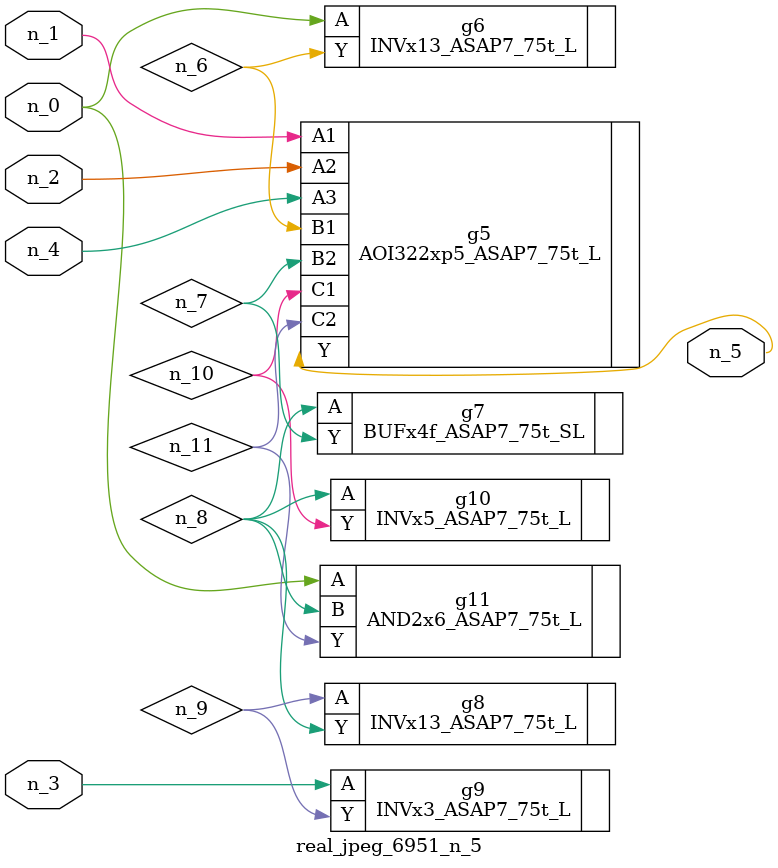
<source format=v>
module real_jpeg_6951_n_5 (n_4, n_0, n_1, n_2, n_3, n_5);

input n_4;
input n_0;
input n_1;
input n_2;
input n_3;

output n_5;

wire n_8;
wire n_11;
wire n_6;
wire n_7;
wire n_10;
wire n_9;

INVx13_ASAP7_75t_L g6 ( 
.A(n_0),
.Y(n_6)
);

AND2x6_ASAP7_75t_L g11 ( 
.A(n_0),
.B(n_8),
.Y(n_11)
);

AOI322xp5_ASAP7_75t_L g5 ( 
.A1(n_1),
.A2(n_2),
.A3(n_4),
.B1(n_6),
.B2(n_7),
.C1(n_10),
.C2(n_11),
.Y(n_5)
);

INVx3_ASAP7_75t_L g9 ( 
.A(n_3),
.Y(n_9)
);

BUFx4f_ASAP7_75t_SL g7 ( 
.A(n_8),
.Y(n_7)
);

INVx5_ASAP7_75t_L g10 ( 
.A(n_8),
.Y(n_10)
);

INVx13_ASAP7_75t_L g8 ( 
.A(n_9),
.Y(n_8)
);


endmodule
</source>
